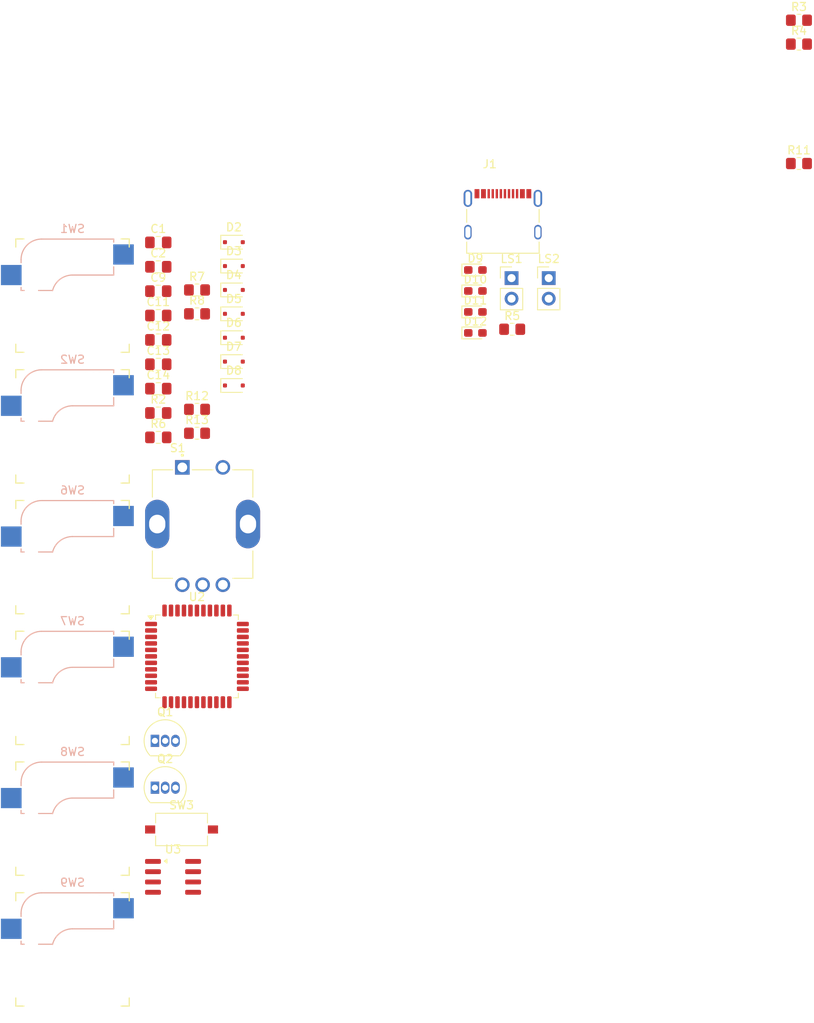
<source format=kicad_pcb>
(kicad_pcb (version 20241229) (generator "pcbnew") (generator_version "9.0")
  (layers (0 "F.Cu" signal) (2 "B.Cu" signal) (13 "F.Paste" user) (15 "B.Paste" user) (5 "F.SilkS" user "F.Silkscreen") (7 "B.SilkS" user "B.Silkscreen") (1 "F.Mask" user) (3 "B.Mask" user) (25 "Edge.Cuts" user))
  (net 0 "")
  (net 1 "Net-(U3-CV)")
  (net 2 "GND")
  (net 3 "/VT")
  (net 4 "Net-(U2-UCAP)")
  (net 5 "/UVCC")
  (net 6 "Net-(U2-AREF)")
  (net 7 "/XTAL1")
  (net 8 "/XTAL2")
  (net 9 "row0")
  (net 10 "Net-(D2-A)")
  (net 11 "Net-(D3-A)")
  (net 12 "Net-(D4-A)")
  (net 13 "Net-(D5-A)")
  (net 14 "row1")
  (net 15 "Net-(D6-A)")
  (net 16 "Net-(D7-A)")
  (net 17 "Net-(D8-A)")
  (net 18 "/P2")
  (net 19 "Net-(Q1-C)")
  (net 20 "/P1")
  (net 21 "Net-(Q2-C)")
  (net 22 "/Vout")
  (net 23 "Net-(U3-Q)")
  (net 24 "Net-(U3-DIS)")
  (net 25 "Net-(D11-A)")
  (net 26 "Net-(D12-A)")
  (net 27 "/D-")
  (net 28 "/D+")
  (net 29 "Net-(D9-A)")
  (net 30 "+5V")
  (net 31 "/RESET")
  (net 32 "Net-(D10-A)")
  (net 33 "Net-(U2-PB0)")
  (net 34 "col3")
  (net 35 "ROT1")
  (net 36 "ROT2")
  (net 37 "col2")
  (net 38 "col0")
  (net 39 "col1")
  (net 55 "Vin")
  (net 56 "/CC1")
  (net 58 "/D-out")
  (net 59 "/D+out")
  (footprint "Capacitor_SMD:C_0805_2012Metric_Pad1.18x1.45mm_HandSolder" (layer "F.Cu") (at 84.835 54.245)
    (property "Reference" "C1" (at 0 -1.68 0) (layer "F.SilkS"))
    (property "Value" "0.01uF")
    (fp_line (start -0.261252 -0.735) (end 0.261252 -0.735) (stroke (width 0.12)) (layer "F.SilkS"))
    (fp_line (start -0.261252 0.735) (end 0.261252 0.735) (stroke (width 0.12)) (layer "F.SilkS"))
    (pad "1" smd roundrect (at -1.0375 0) (size 1.175 1.45) (layers "F.Cu" "F.Mask" "F.Paste") (roundrect_rratio 0.212766) (net 1 "Net-(U3-CV)"))
    (pad "2" smd roundrect (at 1.0375 0) (size 1.175 1.45) (layers "F.Cu" "F.Mask" "F.Paste") (roundrect_rratio 0.212766) (net 2 "GND"))
  )
  (footprint "Capacitor_SMD:C_0805_2012Metric_Pad1.18x1.45mm_HandSolder" (layer "F.Cu") (at 84.835 63.275)
    (property "Reference" "C11" (at 0 -1.68 0) (layer "F.SilkS"))
    (property "Value" "1uF")
    (fp_line (start -0.261252 -0.735) (end 0.261252 -0.735) (stroke (width 0.12)) (layer "F.SilkS"))
    (fp_line (start -0.261252 0.735) (end 0.261252 0.735) (stroke (width 0.12)) (layer "F.SilkS"))
    (pad "1" smd roundrect (at -1.0375 0) (size 1.175 1.45) (layers "F.Cu" "F.Mask" "F.Paste") (roundrect_rratio 0.212766) (net 5 "/UVCC"))
    (pad "2" smd roundrect (at 1.0375 0) (size 1.175 1.45) (layers "F.Cu" "F.Mask" "F.Paste") (roundrect_rratio 0.212766) (net 2 "GND"))
  )
  (footprint "Package_TO_SOT_THT:TO-92_Inline" (layer "F.Cu") (at 84.415 121.595)
    (property "Reference" "Q2" (at 1.27 -3.56 0) (layer "F.SilkS"))
    (property "Value" "FMMT491A")
    (fp_line (start -0.53 1.85) (end 3.07 1.85) (stroke (width 0.12)) (layer "F.SilkS"))
    (fp_arc (start -0.568478 1.838478) (mid -1.132087 -0.994977) (end 1.27 -2.6) (stroke (width 0.12)) (layer "F.SilkS"))
    (fp_arc (start 1.27 -2.6) (mid 3.672087 -0.994977) (end 3.108478 1.838478) (stroke (width 0.12)) (layer "F.SilkS"))
    (pad "1" thru_hole rect (at 0 0) (size 1.05 1.5) (drill 0.75) (layers "*.Cu" "*.Mask") (net 21 "Net-(Q2-C)"))
    (pad "2" thru_hole oval (at 1.27 0) (size 1.05 1.5) (drill 0.75) (layers "*.Cu" "*.Mask") (net 20 "/P1"))
    (pad "3" thru_hole oval (at 2.54 0) (size 1.05 1.5) (drill 0.75) (layers "*.Cu" "*.Mask") (net 2 "GND"))
  )
  (footprint "Resistor_SMD:R_0805_2012Metric_Pad1.20x1.40mm_HandSolder" (layer "F.Cu") (at 163.9 26.8)
    (property "Reference" "R3" (at 0 -1.65 0) (layer "F.SilkS"))
    (property "Value" "4.7k")
    (fp_line (start -0.227064 -0.735) (end 0.227064 -0.735) (stroke (width 0.12)) (layer "F.SilkS"))
    (fp_line (start -0.227064 0.735) (end 0.227064 0.735) (stroke (width 0.12)) (layer "F.SilkS"))
    (pad "1" smd roundrect (at -1 0) (size 1.2 1.4) (layers "F.Cu" "F.Mask" "F.Paste") (roundrect_rratio 0.208333) (net 56 "/CC1"))
    (pad "2" smd roundrect (at 1 0) (size 1.2 1.4) (layers "F.Cu" "F.Mask" "F.Paste") (roundrect_rratio 0.208333) (net 2 "GND"))
  )
  (footprint "Resistor_SMD:R_0805_2012Metric_Pad1.20x1.40mm_HandSolder" (layer "F.Cu") (at 163.9 29.75)
    (property "Reference" "R4" (at 0 -1.65 0) (layer "F.SilkS"))
    (property "Value" "22")
    (fp_line (start -0.227064 -0.735) (end 0.227064 -0.735) (stroke (width 0.12)) (layer "F.SilkS"))
    (fp_line (start -0.227064 0.735) (end 0.227064 0.735) (stroke (width 0.12)) (layer "F.SilkS"))
    (pad "1" smd roundrect (at -1 0) (size 1.2 1.4) (layers "F.Cu" "F.Mask" "F.Paste") (roundrect_rratio 0.208333) (net 58 "/D-out"))
    (pad "2" smd roundrect (at 1 0) (size 1.2 1.4) (layers "F.Cu" "F.Mask" "F.Paste") (roundrect_rratio 0.208333) (net 27 "/D-"))
  )
  (footprint "keyswitches:Kailh_socket_MX" (layer "F.Cu") (at 74.25 109.265)
    (property "Reference" "SW7" (at 0 -8.255 0) (layer "B.SilkS") (effects (justify mirror)))
    (property "Value" "MX_SW_HS")
    (fp_line (start -7 -6) (end -7 -7) (stroke (width 0.15)) (layer "F.SilkS"))
    (fp_line (start -7 7) (end -7 6) (stroke (width 0.15)) (layer "F.SilkS"))
    (fp_line (start -7 7) (end -6 7) (stroke (width 0.15)) (layer "F.SilkS"))
    (fp_line (start -6 -7) (end -7 -7) (stroke (width 0.15)) (layer "F.SilkS"))
    (fp_line (start 6 7) (end 7 7) (stroke (width 0.15)) (layer "F.SilkS"))
    (fp_line (start 7 -7) (end 6 -7) (stroke (width 0.15)) (layer "F.SilkS"))
    (fp_line (start 7 -7) (end 7 -6) (stroke (width 0.15)) (layer "F.SilkS"))
    (fp_line (start 7 6) (end 7 7) (stroke (width 0.15)) (layer "F.SilkS"))
    (fp_line (start -6.35 -4.445) (end -6.35 -4.064) (stroke (width 0.15)) (layer "B.SilkS"))
    (fp_line (start -6.35 -1.016) (end -6.35 -0.635) (stroke (width 0.15)) (layer "B.SilkS"))
    (fp_line (start -5.969 -0.635) (end -6.35 -0.635) (stroke (width 0.15)) (layer "B.SilkS"))
    (fp_line (start -3.81 -6.985) (end 5.08 -6.985) (stroke (width 0.15)) (layer "B.SilkS"))
    (fp_line (start -2.464162 -0.635) (end -4.191 -0.635) (stroke (width 0.15)) (layer "B.SilkS"))
    (fp_line (start 5.08 -6.985) (end 5.08 -6.604) (stroke (width 0.15)) (layer "B.SilkS"))
    (fp_line (start 5.08 -3.556) (end 5.08 -2.54) (stroke (width 0.15)) (layer "B.SilkS"))
    (fp_line (start 5.08 -2.54) (end 0 -2.54) (stroke (width 0.15)) (layer "B.SilkS"))
    (fp_arc (start -6.35 -4.445) (mid -5.606051 -6.241051) (end -3.81 -6.985) (stroke (width 0.15)) (layer "B.SilkS"))
    (fp_arc (start -2.464162 -0.61604) (mid -1.563147 -2.002042) (end 0 -2.54) (stroke (width 0.15)) (layer "B.SilkS"))
    (pad "" np_thru_hole circle (at -5.08 0) (size 1.7018 1.7018) (drill 1.7018) (layers "*.Cu" "*.Mask"))
    (pad "" np_thru_hole circle (at -3.81 -2.54) (size 3 3) (drill 3) (layers "*.Cu" "*.Mask"))
    (pad "" np_thru_hole circle (at 0 0) (size 3.9878 3.9878) (drill 3.9878) (layers "*.Cu" "*.Mask"))
    (pad "" np_thru_hole circle (at 2.54 -5.08) (size 3 3) (drill 3) (layers "*.Cu" "*.Mask"))
    (pad "" np_thru_hole circle (at 5.08 0) (size 1.7018 1.7018) (drill 1.7018) (layers "*.Cu" "*.Mask"))
    (pad "1" smd rect (at 6.29 -5.08) (size 2.55 2.5) (layers "B.Cu" "B.Mask" "B.Paste") (net 39 "col1"))
    (pad "2" smd rect (at -7.56 -2.54) (size 2.55 2.5) (layers "B.Cu" "B.Mask" "B.Paste") (net 12 "Net-(D4-A)"))
  )
  (footprint "LED_SMD:LED_0603_1608Metric_Pad1.05x0.95mm_HandSolder" (layer "F.Cu") (at 123.965 57.65)
    (property "Reference" "D9" (at 0 -1.43 0) (layer "F.SilkS"))
    (property "Value" "LED")
    (fp_line (start -1.66 -0.735) (end -1.66 0.735) (stroke (width 0.12)) (layer "F.SilkS"))
    (fp_line (start -1.66 0.735) (end 0.8 0.735) (stroke (width 0.12)) (layer "F.SilkS"))
    (fp_line (start 0.8 -0.735) (end -1.66 -0.735) (stroke (width 0.12)) (layer "F.SilkS"))
    (pad "1" smd roundrect (at -0.875 0) (size 1.05 0.95) (layers "F.Cu" "F.Mask" "F.Paste") (net 2 "GND"))
    (pad "2" smd roundrect (at 0.875 0) (size 1.05 0.95) (layers "F.Cu" "F.Mask" "F.Paste") (net 29 "Net-(D9-A)"))
  )
  (footprint "Diode_SMD:D_SOD-323F" (layer "F.Cu") (at 94.16 71.915)
    (property "Reference" "D8" (at 0 -1.85 0) (layer "F.SilkS"))
    (property "Value" "1N4148WT")
    (fp_line (start -1.61 -0.85) (end -1.61 0.85) (stroke (width 0.12)) (layer "F.SilkS"))
    (fp_line (start -1.61 -0.85) (end 1.05 -0.85) (stroke (width 0.12)) (layer "F.SilkS"))
    (fp_line (start -1.61 0.85) (end 1.05 0.85) (stroke (width 0.12)) (layer "F.SilkS"))
    (pad "1" smd roundrect (at -1.1 0) (size 0.5 0.5) (layers "F.Cu" "F.Mask" "F.Paste") (net 9 "row0"))
    (pad "2" smd roundrect (at 1.1 0) (size 0.5 0.5) (layers "F.Cu" "F.Mask" "F.Paste") (net 17 "Net-(D8-A)"))
  )
  (footprint "Capacitor_SMD:C_0805_2012Metric_Pad1.18x1.45mm_HandSolder" (layer "F.Cu") (at 84.835 66.285)
    (property "Reference" "C12" (at 0 -1.68 0) (layer "F.SilkS"))
    (property "Value" "1uF")
    (fp_line (start -0.261252 -0.735) (end 0.261252 -0.735) (stroke (width 0.12)) (layer "F.SilkS"))
    (fp_line (start -0.261252 0.735) (end 0.261252 0.735) (stroke (width 0.12)) (layer "F.SilkS"))
    (pad "1" smd roundrect (at -1.0375 0) (size 1.175 1.45) (layers "F.Cu" "F.Mask" "F.Paste") (roundrect_rratio 0.212766) (net 6 "Net-(U2-AREF)"))
    (pad "2" smd roundrect (at 1.0375 0) (size 1.175 1.45) (layers "F.Cu" "F.Mask" "F.Paste") (roundrect_rratio 0.212766) (net 2 "GND"))
  )
  (footprint "Capacitor_SMD:C_0805_2012Metric_Pad1.18x1.45mm_HandSolder" (layer "F.Cu") (at 84.835 57.255)
    (property "Reference" "C2" (at 0 -1.68 0) (layer "F.SilkS"))
    (property "Value" "47uF")
    (fp_line (start -0.261252 -0.735) (end 0.261252 -0.735) (stroke (width 0.12)) (layer "F.SilkS"))
    (fp_line (start -0.261252 0.735) (end 0.261252 0.735) (stroke (width 0.12)) (layer "F.SilkS"))
    (pad "1" smd roundrect (at -1.0375 0) (size 1.175 1.45) (layers "F.Cu" "F.Mask" "F.Paste") (roundrect_rratio 0.212766) (net 3 "/VT"))
    (pad "2" smd roundrect (at 1.0375 0) (size 1.175 1.45) (layers "F.Cu" "F.Mask" "F.Paste") (roundrect_rratio 0.212766) (net 2 "GND"))
  )
  (footprint "Package_QFP:TQFP-44_10x10mm_P0.8mm" (layer "F.Cu") (at 89.605 105.375)
    (property "Reference" "U2" (at 0 -7.35 0) (layer "F.SilkS"))
    (property "Value" "ATmega32U4-A")
    (fp_line (start -5.11 -5.11) (end -5.11 -4.535) (stroke (width 0.12)) (layer "F.SilkS"))
    (fp_line (start -5.11 5.11) (end -5.11 4.535) (stroke (width 0.12)) (layer "F.SilkS"))
    (fp_line (start -4.535 -5.11) (end -5.11 -5.11) (stroke (width 0.12)) (layer "F.SilkS"))
    (fp_line (start -4.535 5.11) (end -5.11 5.11) (stroke (width 0.12)) (layer "F.SilkS"))
    (fp_line (start 4.535 -5.11) (end 5.11 -5.11) (stroke (width 0.12)) (layer "F.SilkS"))
    (fp_line (start 4.535 5.11) (end 5.11 5.11) (stroke (width 0.12)) (layer "F.SilkS"))
    (fp_line (start 5.11 -5.11) (end 5.11 -4.535) (stroke (width 0.12)) (layer "F.SilkS"))
    (fp_line (start 5.11 5.11) (end 5.11 4.535) (stroke (width 0.12)) (layer "F.SilkS"))
    (fp_poly (pts (xy -5.7 -4.535) (xy -6.04 -5.005) (xy -5.36 -5.005)) (stroke (width 0.12)) (fill yes) (layer "F.SilkS"))
    (pad "1" smd roundrect (at -5.6625 -4) (size 1.475 0.55) (layers "F.Cu" "F.Mask" "F.Paste"))
    (pad "2" smd roundrect (at -5.6625 -3.2) (size 1.475 0.55) (layers "F.Cu" "F.Mask" "F.Paste") (net 5 "/UVCC"))
    (pad "3" smd roundrect (at -5.6625 -2.4) (size 1.475 0.55) (layers "F.Cu" "F.Mask" "F.Paste") (net 58 "/D-out"))
    (pad "4" smd roundrect (at -5.6625 -1.6) (size 1.475 0.55) (layers "F.Cu" "F.Mask" "F.Paste") (net 59 "/D+out"))
    (pad "5" smd roundrect (at -5.6625 -0.8) (size 1.475 0.55) (layers "F.Cu" "F.Mask" "F.Paste") (net 2 "GND"))
    (pad "6" smd roundrect (at -5.6625 0) (size 1.475 0.55) (layers "F.Cu" "F.Mask" "F.Paste") (net 4 "Net-(U2-UCAP)"))
    (pad "7" smd roundrect (at -5.6625 0.8) (size 1.475 0.55) (layers "F.Cu" "F.Mask" "F.Paste") (net 5 "/UVCC"))
    (pad "8" smd roundrect (at -5.6625 1.6) (size 1.475 0.55) (layers "F.Cu" "F.Mask" "F.Paste") (net 33 "Net-(U2-PB0)"))
    (pad "9" smd roundrect (at -5.6625 2.4) (size 1.475 0.55) (layers "F.Cu" "F.Mask" "F.Paste"))
    (pad "10" smd roundrect (at -5.6625 3.2) (size 1.475 0.55) (layers "F.Cu" "F.Mask" "F.Paste"))
    (pad "11" smd roundrect (at -5.6625 4) (size 1.475 0.55) (layers "F.Cu" "F.Mask" "F.Paste"))
    (pad "12" smd roundrect (at -4 5.6625) (size 0.55 1.475) (layers "F.Cu" "F.Mask" "F.Paste") (net 39 "col1"))
    (pad "13" smd roundrect (at -3.2 5.6625) (size 0.55 1.475) (layers "F.Cu" "F.Mask" "F.Paste") (net 31 "/RESET"))
    (pad "14" smd roundrect (at -2.4 5.6625) (size 0.55 1.475) (layers "F.Cu" "F.Mask" "F.Paste") (net 30 "+5V"))
    (pad "15" smd roundrect (at -1.6 5.6625) (size 0.55 1.475) (layers "F.Cu" "F.Mask" "F.Paste") (net 2 "GND"))
    (pad "16" smd roundrect (at -0.8 5.6625) (size 0.55 1.475) (layers "F.Cu" "F.Mask" "F.Paste") (net 8 "/XTAL2"))
    (pad "17" smd roundrect (at 0 5.6625) (size 0.55 1.475) (layers "F.Cu" "F.Mask" "F.Paste") (net 7 "/XTAL1"))
    (pad "18" smd roundrect (at 0.8 5.6625) (size 0.55 1.475) (layers "F.Cu" "F.Mask" "F.Paste"))
    (pad "19" smd roundrect (at 1.6 5.6625) (size 0.55 1.475) (layers "F.Cu" "F.Mask" "F.Paste"))
    (pad "20" smd roundrect (at 2.4 5.6625) (size 0.55 1.475) (layers "F.Cu" "F.Mask" "F.Paste") (net 9 "row0"))
    (pad "21" smd roundrect (at 3.2 5.6625) (size 0.55 1.475) (layers "F.Cu" "F.Mask" "F.Paste") (net 14 "row1"))
    (pad "22" smd roundrect (at 4 5.6625) (size 0.55 1.475) (layers "F.Cu" "F.Mask" "F.Paste") (net 36 "ROT2"))
    (pad "23" smd roundrect (at 5.6625 4) (size 1.475 0.55) (layers "F.Cu" "F.Mask" "F.Paste") (net 2 "GND"))
    (pad "24" smd roundrect (at 5.6625 3.2) (size 1.475 0.55) (layers "F.Cu" "F.Mask" "F.Paste") (net 30 "+5V"))
    (pad "25" smd roundrect (at 5.6625 2.4) (size 1.475 0.55) (layers "F.Cu" "F.Mask" "F.Paste") (net 35 "ROT1"))
    (pad "26" smd roundrect (at 5.6625 1.6) (size 1.475 0.55) (layers "F.Cu" "F.Mask" "F.Paste") (net 20 "/P1"))
    (pad "27" smd roundrect (at 5.6625 0.8) (size 1.475 0.55) (layers "F.Cu" "F.Mask" "F.Paste") (net 18 "/P2"))
    (pad "28" smd roundrect (at 5.6625 0) (size 1.475 0.55) (layers "F.Cu" "F.Mask" "F.Paste"))
    (pad "29" smd roundrect (at 5.6625 -0.8) (size 1.475 0.55) (layers "F.Cu" "F.Mask" "F.Paste") (net 38 "col0"))
    (pad "30" smd roundrect (at 5.6625 -1.6) (size 1.475 0.55) (layers "F.Cu" "F.Mask" "F.Paste") (net 37 "col2"))
    (pad "31" smd roundrect (at 5.6625 -2.4) (size 1.475 0.55) (layers "F.Cu" "F.Mask" "F.Paste"))
    (pad "32" smd roundrect (at 5.6625 -3.2) (size 1.475 0.55) (layers "F.Cu" "F.Mask" "F.Paste"))
    (pad "33" smd roundrect (at 5.6625 -4) (size 1.475 0.55) (layers "F.Cu" "F.Mask" "F.Paste") (net 2 "GND"))
    (pad "34" smd roundrect (at 4 -5.6625) (size 0.55 1.475) (layers "F.Cu" "F.Mask" "F.Paste") (net 30 "+5V"))
    (pad "35" smd roundrect (at 3.2 -5.6625) (size 0.55 1.475) (layers "F.Cu" "F.Mask" "F.Paste") (net 2 "GND"))
    (pad "36" smd roundrect (at 2.4 -5.6625) (size 0.55 1.475) (layers "F.Cu" "F.Mask" "F.Paste"))
    (pad "37" smd roundrect (at 1.6 -5.6625) (size 0.55 1.475) (layers "F.Cu" "F.Mask" "F.Paste"))
    (pad "38" smd roundrect (at 0.8 -5.6625) (size 0.55 1.475) (layers "F.Cu" "F.Mask" "F.Paste"))
    (pad "39" smd roundrect (at 0 -5.6625) (size 0.55 1.475) (layers "F.Cu" "F.Mask" "F.Paste"))
    (pad "40" smd roundrect (at -0.8 -5.6625) (size 0.55 1.475) (layers "F.Cu" "F.Mask" "F.Paste"))
    (pad "41" smd roundrect (at -1.6 -5.6625) (size 0.55 1.475) (layers "F.Cu" "F.Mask" "F.Paste"))
    (pad "42" smd roundrect (at -2.4 -5.6625) (size 0.55 1.475) (layers "F.Cu" "F.Mask" "F.Paste") (net 6 "Net-(U2-AREF)"))
    (pad "43" smd roundrect (at -3.2 -5.6625) (size 0.55 1.475) (layers "F.Cu" "F.Mask" "F.Paste") (net 2 "GND"))
    (pad "44" smd roundrect (at -4 -5.6625) (size 0.55 1.475) (layers "F.Cu" "F.Mask" "F.Paste") (net 30 "+5V"))
  )
  (footprint "Resistor_SMD:R_0805_2012Metric_Pad1.20x1.40mm_HandSolder" (layer "F.Cu") (at 128.51 64.97)
    (property "Reference" "R5" (at 0 -1.65 0) (layer "F.SilkS"))
    (property "Value" "22")
    (fp_line (start -0.227064 -0.735) (end 0.227064 -0.735) (stroke (width 0.12)) (layer "F.SilkS"))
    (fp_line (start -0.227064 0.735) (end 0.227064 0.735) (stroke (width 0.12)) (layer "F.SilkS"))
    (pad "1" smd roundrect (at -1 0) (size 1.2 1.4) (layers "F.Cu" "F.Mask" "F.Paste") (roundrect_rratio 0.208333) (net 59 "/D+out"))
    (pad "2" smd roundrect (at 1 0) (size 1.2 1.4) (layers "F.Cu" "F.Mask" "F.Paste") (roundrect_rratio 0.208333) (net 28 "/D+"))
  )
  (footprint "LED_SMD:LED_0603_1608Metric_Pad1.05x0.95mm_HandSolder" (layer "F.Cu") (at 123.965 65.42)
    (property "Reference" "D12" (at 0 -1.43 0) (layer "F.SilkS"))
    (property "Value" "LED")
    (fp_line (start -1.66 -0.735) (end -1.66 0.735) (stroke (width 0.12)) (layer "F.SilkS"))
    (fp_line (start -1.66 0.735) (end 0.8 0.735) (stroke (width 0.12)) (layer "F.SilkS"))
    (fp_line (start 0.8 -0.735) (end -1.66 -0.735) (stroke (width 0.12)) (layer "F.SilkS"))
    (pad "1" smd roundrect (at -0.875 0) (size 1.05 0.95) (layers "F.Cu" "F.Mask" "F.Paste") (net 2 "GND"))
    (pad "2" smd roundrect (at 0.875 0) (size 1.05 0.95) (layers "F.Cu" "F.Mask" "F.Paste") (net 26 "Net-(D12-A)"))
  )
  (footprint "PEC12R_4225F_S0024:XDCR_PEC12R-4225F-S0024" (layer "F.Cu") (at 90.305 89.03)
    (property "Reference" "S1" (at -3.075 -9.385 0) (layer "F.SilkS"))
    (property "Value" "PEC12R-4225F-S0024")
    (fp_line (start -6.2 -6.7) (end -3.72 -6.7) (stroke (width 0.127)) (layer "F.SilkS"))
    (fp_line (start -6.2 -3.32) (end -6.2 -6.7) (stroke (width 0.127)) (layer "F.SilkS"))
    (fp_line (start -6.2 6.7) (end -6.2 3.32) (stroke (width 0.127)) (layer "F.SilkS"))
    (fp_line (start -3.72 6.7) (end -6.2 6.7) (stroke (width 0.127)) (layer "F.SilkS"))
    (fp_line (start -1.28 -6.7) (end 1.28 -6.7) (stroke (width 0.127)) (layer "F.SilkS"))
    (fp_line (start 3.72 -6.7) (end 6.2 -6.7) (stroke (width 0.127)) (layer "F.SilkS"))
    (fp_line (start 6.2 -6.7) (end 6.2 -3.32) (stroke (width 0.127)) (layer "F.SilkS"))
    (fp_line (start 6.2 6.7) (end 3.72 6.7) (stroke (width 0.127)) (layer "F.SilkS"))
    (fp_line (start 6.2 6.7) (end 6.2 3.32) (stroke (width 0.127)) (layer "F.SilkS"))
    (fp_circle (center -2.5 -8.5) (end -2.4 -8.5) (stroke (width 0.2)) (fill no) (layer "F.SilkS"))
    (pad "1" thru_hole rect (at -2.5 -7) (size 1.8 1.8) (drill 1.2) (layers "*.Cu" "*.Mask") (net 17 "Net-(D8-A)"))
    (pad "2" thru_hole circle (at 2.5 -7) (size 1.8 1.8) (drill 1.2) (layers "*.Cu" "*.Mask") (net 34 "col3"))
    (pad "A" thru_hole circle (at -2.5 7.5) (size 1.8 1.8) (drill 1.2) (layers "*.Cu" "*.Mask") (net 35 "ROT1"))
    (pad "B" thru_hole circle (at 2.5 7.5) (size 1.8 1.8) (drill 1.2) (layers "*.Cu" "*.Mask") (net 36 "ROT2"))
    (pad "C" thru_hole circle (at 0 7.5) (size 1.8 1.8) (drill 1.2) (layers "*.Cu" "*.Mask") (net 2 "GND"))
    (pad "SH1" thru_hole oval (at -5.6 0) (size 3 6) (drill oval 2 2.3) (layers "*.Cu" "*.Mask") (net 2 "GND"))
    (pad "SH2" thru_hole oval (at 5.6 0) (size 3 6) (drill oval 2 2.3) (layers "*.Cu" "*.Mask") (net 2 "GND"))
  )
  (footprint "12402012E212A:AMPHENOL_12402012E212A" (layer "F.Cu") (at 127.365 52.98)
    (property "Reference" "J1" (at -1.62 -8.405 0) (layer "F.SilkS"))
    (property "Value" "12402012E212A")
    (fp_line (start -4.47 -2.81) (end -4.47 -1.22) (stroke (width 0.127)) (layer "F.SilkS"))
    (fp_line (start -4.47 2.6) (end -4.47 1.22) (stroke (width 0.127)) (layer "F.SilkS"))
    (fp_line (start 4.47 -2.81) (end 4.47 -1.22) (stroke (width 0.127)) (layer "F.SilkS"))
    (fp_line (start 4.47 2.6) (end -4.47 2.6) (stroke (width 0.127)) (layer "F.SilkS"))
    (fp_line (start 4.47 2.6) (end 4.47 1.22) (stroke (width 0.127)) (layer "F.SilkS"))
    (pad "" np_thru_hole circle (at -2.89 -3.68) (size 0.65 0.65) (drill 0.65) (layers "*.Cu" "*.Mask"))
    (pad "" np_thru_hole circle (at 2.89 -3.68) (size 0.65 0.65) (drill 0.65) (layers "*.Cu" "*.Mask"))
    (pad "A1_B12" smd rect (at -3.2 -4.75) (size 0.6 1.14) (layers "F.Cu" "F.Mask" "F.Paste") (net 2 "GND"))
    (pad "A4_B9" smd rect (at -2.4 -4.75) (size 0.6 1.14) (layers "F.Cu" "F.Mask" "F.Paste") (net 30 "+5V"))
    (pad "A5" smd rect (at -1.25 -4.75) (size 0.3 1.14) (layers "F.Cu" "F.Mask" "F.Paste") (net 56 "/CC1"))
    (pad "A6" smd rect (at -0.25 -4.75) (size 0.3 1.14) (layers "F.Cu" "F.Mask" "F.Paste") (net 28 "/D+"))
    (pad "A7" smd rect (at 0.25 -4.75) (size 0.3 1.14) (layers "F.Cu" "F.Mask" "F.Paste") (net 27 "/D-"))
    (pad "A8" smd rect (at 1.25 -4.75) (size 0.3 1.14) (layers "F.Cu" "F.Mask" "F.Paste") (net 2 "GND"))
    (pad "B1_A12" smd rect (at 3.2 -4.75) (size 0.6 1.14) (layers "F.Cu" "F.Mask" "F.Paste") (net 2 "GND"))
    (pad "B4_A9" smd rect (at 2.4 -4.75) (size 0.6 1.14) (layers "F.Cu" "F.Mask" "F.Paste"))
    (pad "B5" smd rect (at 1.75 -4.75) (size 0.3 1.14) (layers "F.Cu" "F.Mask" "F.Paste") (net 56 "/CC1"))
    (pad "B6" smd rect (at 0.75 -4.75) (size 0.3 1.14) (layers "F.Cu" "F.Mask" "F.Paste") (net 28 "/D+"))
    (pad "B7" smd rect (at -0.75 -4.75) (size 0.3 1.14) (layers "F.Cu" "F.Mask" "F.Paste") (net 27 "/D-"))
    (pad "B8" smd rect (at -1.75 -4.75) (size 0.3 1.14) (layers "F.Cu" "F.Mask" "F.Paste") (net 2 "GND"))
    (pad "SH1" thru_hole oval (at -4.32 -4.18) (size 1.05 2.1) (drill oval 0.6 1.7) (layers "*.Cu" "*.Mask") (net 2 "GND"))
    (pad "SH2" thru_hole oval (at 4.32 -4.18) (size 1.05 2.1) (drill oval 0.6 1.7) (layers "*.Cu" "*.Mask") (net 2 "GND"))
    (pad "SH3" thru_hole oval (at -4.32 0) (size 0.9 1.8) (drill oval 0.6 1.4) (layers "*.Cu" "*.Mask") (net 2 "GND"))
    (pad "SH4" thru_hole oval (at 4.32 0) (size 0.9 1.8) (drill oval 0.6 1.4) (layers "*.Cu" "*.Mask") (net 2 "GND"))
  )
  (footprint "keyswitches:Kailh_socket_MX" (layer "F.Cu") (at 74.25 76.965)
    (property "Reference" "SW2" (at 0 -8.255 0) (layer "B.SilkS") (effects (justify mirror)))
    (property "Value" "MX_SW_HS")
    (fp_line (start -7 -6) (end -7 -7) (stroke (width 0.15)) (layer "F.SilkS"))
    (fp_line (start -7 7) (end -7 6) (stroke (width 0.15)) (layer "F.SilkS"))
    (fp_line (start -7 7) (end -6 7) (stroke (width 0.15)) (layer "F.SilkS"))
    (fp_line (start -6 -7) (end -7 -7) (stroke (width 0.15)) (layer "F.SilkS"))
    (fp_line (start 6 7) (end 7 7) (stroke (width 0.15)) (layer "F.SilkS"))
    (fp_line (start 7 -7) (end 6 -7) (stroke (width 0.15)) (layer "F.SilkS"))
    (fp_line (start 7 -7) (end 7 -6) (stroke (width 0.15)) (layer "F.SilkS"))
    (fp_line (start 7 6) (end 7 7) (stroke (width 0.15)) (layer "F.SilkS"))
    (fp_line (start -6.35 -4.445) (end -6.35 -4.064) (stroke (width 0.15)) (layer "B.SilkS"))
    (fp_line (start -6.35 -1.016) (end -6.35 -0.635) (stroke (width 0.15)) (layer "B.SilkS"))
    (fp_line (start -5.969 -0.635) (end -6.35 -0.635) (stroke (width 0.15)) (layer "B.SilkS"))
    (fp_line (start -3.81 -6.985) (end 5.08 -6.985) (stroke (width 0.15)) (layer "B.SilkS"))
    (fp_line (start -2.464162 -0.635) (end -4.191 -0.635) (stroke (width 0.15)) (layer "B.SilkS"))
    (fp_line (start 5.08 -6.985) (end 5.08 -6.604) (stroke (width 0.15)) (layer "B.SilkS"))
    (fp_line (start 5.08 -3.556) (end 5.08 -2.54) (stroke (width 0.15)) (layer "B.SilkS"))
    (fp_line (start 5.08 -2.54) (end 0 -2.54) (stroke (width 0.15)) (layer "B.SilkS"))
    (fp_arc (start -6.35 -4.445) (mid -5.606051 -6.241051) (end -3.81 -6.985) (stroke (width 0.15)) (layer "B.SilkS"))
    (fp_arc (start -2.464162 -0.61604) (mid -1.563147 -2.002042) (end 0 -2.54) (stroke (width 0.15)) (layer "B.SilkS"))
    (pad "" np_thru_hole circle (at -5.08 0) (size 1.7018 1.7018) (drill 1.7018) (layers "*.Cu" "*.Mask"))
    (pad "" np_thru_hole circle (at -3.81 -2.54) (size 3 3) (drill 3) (layers "*.Cu" "*.Mask"))
    (pad "" np_thru_hole circle (at 0 0) (size 3.9878 3.9878) (drill 3.9878) (layers "*.Cu" "*.Mask"))
    (pad "" np_thru_hole circle (at 2.54 -5.08) (size 3 3) (drill 3) (layers "*.Cu" "*.Mask"))
    (pad "" np_thru_hole circle (at 5.08 0) (size 1.7018 1.7018) (drill 1.7018) (layers "*.Cu" "*.Mask"))
    (pad "1" smd rect (at 6.29 -5.08) (size 2.55 2.5) (layers "B.Cu" "B.Mask" "B.Paste") (net 37 "col2"))
    (pad "2" smd rect (at -7.56 -2.54) (size 2.55 2.5) (layers "B.Cu" "B.Mask" "B.Paste") (net 16 "Net-(D7-A)"))
  )
  (footprint "Capacitor_SMD:C_0805_2012Metric_Pad1.18x1.45mm_HandSolder" (layer "F.Cu") (at 84.835 72.305)
    (property "Reference" "C14" (at 0 -1.68 0) (layer "F.SilkS"))
    (property "Value" "1uF")
    (fp_line (start -0.261252 -0.735) (end 0.261252 -0.735) (stroke (width 0.12)) (layer "F.SilkS"))
    (fp_line (start -0.261252 0.735) (end 0.261252 0.735) (stroke (width 0.12)) (layer "F.SilkS"))
    (pad "1" smd roundrect (at -1.0375 0) (size 1.175 1.45) (layers "F.Cu" "F.Mask" "F.Paste") (roundrect_rratio 0.212766) (net 8 "/XTAL2"))
    (pad "2" smd roundrect (at 1.0375 0) (size 1.175 1.45) (layers "F.Cu" "F.Mask" "F.Paste") (roundrect_rratio 0.212766) (net 2 "GND"))
  )
  (footprint "Package_SO:SOIC-8_3.9x4.9mm_P1.27mm" (layer "F.Cu") (at 86.655 132.605)
    (property "Reference" "U3" (at 0 -3.4 0) (layer "F.SilkS"))
    (property "Value" "LM555xM")
    (fp_poly (pts (xy -1.08 -1.94) (xy -0.75 -2.18) (xy -0.75 -1.7)) (stroke (width 0.12)) (fill yes) (layer "F.SilkS"))
    (pad "1" smd roundrect (at -2.475 -1.905) (size 1.95 0.6) (layers "F.Cu" "F.Mask" "F.Paste") (net 2 "GND"))
    (pad "2" smd roundrect (at -2.475 -0.635) (size 1.95 0.6) (layers "F.Cu" "F.Mask" "F.Paste") (net 3 "/VT"))
    (pad "3" smd roundrect (at -2.475 0.635) (size 1.95 0.6) (layers "F.Cu" "F.Mask" "F.Paste") (net 23 "Net-(U3-Q)"))
    (pad "4" smd roundrect (at -2.475 1.905) (size 1.95 0.6) (layers "F.Cu" "F.Mask" "F.Paste") (net 55 "Vin"))
    (pad "5" smd roundrect (at 2.475 1.905) (size 1.95 0.6) (layers "F.Cu" "F.Mask" "F.Paste") (net 1 "Net-(U3-CV)"))
    (pad "6" smd roundrect (at 2.475 0.635) (size 1.95 0.6) (layers "F.Cu" "F.Mask" "F.Paste") (net 3 "/VT"))
    (pad "7" smd roundrect (at 2.475 -0.635) (size 1.95 0.6) (layers "F.Cu" "F.Mask" "F.Paste") (net 24 "Net-(U3-DIS)"))
    (pad "8" smd roundrect (at 2.475 -1.905) (size 1.95 0.6) (layers "F.Cu" "F.Mask" "F.Paste") (net 55 "Vin"))
  )
  (footprint "Resistor_SMD:R_0805_2012Metric_Pad1.20x1.40mm_HandSolder" (layer "F.Cu") (at 89.615 60.115)
    (property "Reference" "R7" (at 0 -1.65 0) (layer "F.SilkS"))
    (property "Value" "100")
    (fp_line (start -0.227064 -0.735) (end 0.227064 -0.735) (stroke (width 0.12)) (layer "F.SilkS"))
    (fp_line (start -0.227064 0.735) (end 0.227064 0.735) (stroke (width 0.12)) (layer "F.SilkS"))
    (pad "1" smd roundrect (at -1 0) (size 1.2 1.4) (layers "F.Cu" "F.Mask" "F.Paste") (roundrect_rratio 0.208333) (net 20 "/P1"))
    (pad "2" smd roundrect (at 1 0) (size 1.2 1.4) (layers "F.Cu" "F.Mask" "F.Paste") (roundrect_rratio 0.208333) (net 25 "Net-(D11-A)"))
  )
  (footprint "keyswitches:Kailh_socket_MX" (layer "F.Cu") (at 74.25 93.115)
    (property "Reference" "SW6" (at 0 -8.255 0) (layer "B.SilkS") (effects (justify mirror)))
    (property "Value" "MX_SW_HS")
    (fp_line (start -7 -6) (end -7 -7) (stroke (width 0.15)) (layer "F.SilkS"))
    (fp_line (start -7 7) (end -7 6) (stroke (width 0.15)) (layer "F.SilkS"))
    (fp_line (start -7 7) (end -6 7) (stroke (width 0.15)) (layer "F.SilkS"))
    (fp_line (start -6 -7) (end -7 -7) (stroke (width 0.15)) (layer "F.SilkS"))
    (fp_line (start 6 7) (end 7 7) (stroke (width 0.15)) (layer "F.SilkS"))
    (fp_line (start 7 -7) (end 6 -7) (stroke (width 0.15)) (layer "F.SilkS"))
    (fp_line (start 7 -7) (end 7 -6) (stroke (width 0.15)) (layer "F.SilkS"))
    (fp_line (start 7 6) (end 7 7) (stroke (width 0.15)) (layer "F.SilkS"))
    (fp_line (start -6.35 -4.445) (end -6.35 -4.064) (stroke (width 0.15)) (layer "B.SilkS"))
    (fp_line (start -6.35 -1.016) (end -6.35 -0.635) (stroke (width 0.15)) (layer "B.SilkS"))
    (fp_line (start -5.969 -0.635) (end -6.35 -0.635) (stroke (width 0.15)) (layer "B.SilkS"))
    (fp_line (start -3.81 -6.985) (end 5.08 -6.985) (stroke (width 0.15)) (layer "B.SilkS"))
    (fp_line (start -2.464162 -0.635) (end -4.191 -0.635) (stroke (width 0.15)) (layer "B.SilkS"))
    (fp_line (start 5.08 -6.985) (end 5.08 -6.604) (stroke (width 0.15)) (layer "B.SilkS"))
    (fp_line (start 5.08 -3.556) (end 5.08 -2.54) (stroke (width 0.15)) (layer "B.SilkS"))
    (fp_line (start 5.08 -2.54) (end 0 -2.54) (stroke (width 0.15)) (layer "B.SilkS"))
    (fp_arc (start -6.35 -4.445) (mid -5.606051 -6.241051) (end -3.81 -6.985) (stroke (width 0.15)) (layer "B.SilkS"))
    (fp_arc (start -2.464162 -0.61604) (mid -1.563147 -2.002042) (end 0 -2.54) (stroke (width 0.15)) (layer "B.SilkS"))
    (pad "" np_thru_hole circle (at -5.08 0) (size 1.7018 1.7018) (drill 1.7018) (layers "*.Cu" "*.Mask"))
    (pad "" np_thru_hole circle (at -3.81 -2.54) (size 3 3) (drill 3) (layers "*.Cu" "*.Mask"))
    (pad "" np_thru_hole circle (at 0 0) (size 3.9878 3.9878) (drill 3.9878) (layers "*.Cu" "*.Mask"))
    (pad "" np_thru_hole circle (at 2.54 -5.08) (size 3 3) (drill 3) (layers "*.Cu" "*.Mask"))
    (pad "" np_thru_hole circle (at 5.08 0) (size 1.7018 1.7018) (drill 1.7018) (layers "*.Cu" "*.Mask"))
    (pad "1" smd rect (at 6.29 -5.08) (size 2.55 2.5) (layers "B.Cu" "B.Mask" "B.Paste") (net 38 "col0"))
    (pad "2" smd rect (at -7.56 -2.54) (size 2.55 2.5) (layers "B.Cu" "B.Mask" "B.Paste") (net 11 "Net-(D3-A)"))
  )
  (footprint "Capacitor_SMD:C_0805_2012Metric_Pad1.18x1.45mm_HandSolder" (layer "F.Cu") (at 84.835 78.325)
    (property "Reference" "R6" (at 0 -1.68 0) (layer "F.SilkS"))
    (property "Value" "1k")
    (fp_line (start -0.261252 -0.735) (end 0.261252 -0.735) (stroke (width 0.12)) (layer "F.SilkS"))
    (fp_line (start -0.261252 0.735) (end 0.261252 0.735) (stroke (width 0.12)) (layer "F.SilkS"))
    (pad "1" smd roundrect (at -1.0375 0) (size 1.175 1.45) (layers "F.Cu" "F.Mask" "F.Paste") (roundrect_rratio 0.212766) (net 24 "Net-(U3-DIS)"))
    (pad "2" smd roundrect (at 1.0375 0) (size 1.175 1.45) (layers "F.Cu" "F.Mask" "F.Paste") (roundrect_rratio 0.212766) (net 3 "/VT"))
  )
  (footprint "Capacitor_SMD:C_0805_2012Metric_Pad1.18x1.45mm_HandSolder" (layer "F.Cu") (at 84.835 60.265)
    (property "Reference" "C9" (at 0 -1.68 0) (layer "F.SilkS"))
    (property "Value" "1uF")
    (fp_line (start -0.261252 -0.735) (end 0.261252 -0.735) (stroke (width 0.12)) (layer "F.SilkS"))
    (fp_line (start -0.261252 0.735) (end 0.261252 0.735) (stroke (width 0.12)) (layer "F.SilkS"))
    (pad "1" smd roundrect (at -1.0375 0) (size 1.175 1.45) (layers "F.Cu" "F.Mask" "F.Paste") (roundrect_rratio 0.212766) (net 2 "GND"))
    (pad "2" smd roundrect (at 1.0375 0) (size 1.175 1.45) (layers "F.Cu" "F.Mask" "F.Paste") (roundrect_rratio 0.212766) (net 4 "Net-(U2-UCAP)"))
  )
  (footprint "keyswitches:Kailh_socket_MX" (layer "F.Cu") (at 74.25 60.815)
    (property "Reference" "SW1" (at 0 -8.255 0) (layer "B.SilkS") (effects (justify mirror)))
    (property "Value" "MX_SW_HS")
    (fp_line (start -7 -6) (end -7 -7) (stroke (width 0.15)) (layer "F.SilkS"))
    (fp_line (start -7 7) (end -7 6) (stroke (width 0.15)) (layer "F.SilkS"))
    (fp_line (start -7 7) (end -6 7) (stroke (width 0.15)) (layer "F.SilkS"))
    (fp_line (start -6 -7) (end -7 -7) (stroke (width 0.15)) (layer "F.SilkS"))
    (fp_line (start 6 7) (end 7 7) (stroke (width 0.15)) (layer "F.SilkS"))
    (fp_line (start 7 -7) (end 6 -7) (stroke (width 0.15)) (layer "F.SilkS"))
    (fp_line (start 7 -7) (end 7 -6) (stroke (width 0.15)) (layer "F.SilkS"))
    (fp_line (start 7 6) (end 7 7) (stroke (width 0.15)) (layer "F.SilkS"))
    (fp_line (start -6.35 -4.445) (end -6.35 -4.064) (stroke (width 0.15)) (layer "B.SilkS"))
    (fp_line (start -6.35 -1.016) (end -6.35 -0.635) (stroke (width 0.15)) (layer "B.SilkS"))
    (fp_line (start -5.969 -0.635) (end -6.35 -0.635) (stroke (width 0.15)) (layer "B.SilkS"))
    (fp_line (start -3.81 -6.985) (end 5.08 -6.985) (stroke (width 0.15)) (layer "B.SilkS"))
    (fp_line (start -2.464162 -0.635) (end -4.191 -0.635) (stroke (width 0.15)) (layer "B.SilkS"))
    (fp_line (start 5.08 -6.985) (end 5.08 -6.604) (stroke (width 0.15)) (layer "B.SilkS"))
    (fp_line (start 5.08 -3.556) (end 5.08 -2.54) (stroke (width 0.15)) (layer "B.SilkS"))
    (fp_line (start 5.08 -2.54) (end 0 -2.54) (stroke (width 0.15)) (layer "B.SilkS"))
    (fp_arc (start -6.35 -4.445) (mid -5.606051 -6.241051) (end -3.81 -6.985) (stroke (width 0.15)) (layer "B.SilkS"))
    (fp_arc (start -2.464162 -0.61604) (mid -1.563147 -2.002042) (end 0 -2.54) (stroke (width 0.15)) (layer "B.SilkS"))
    (pad "" np_thru_hole circle (at -5.08 0) (size 1.7018 1.7018) (drill 1.7018) (layers "*.Cu" "*.Mask"))
    (pad "" np_thru_hole circle (at -3.81 -2.54) (size 3 3) (drill 3) (layers "*.Cu" "*.Mask"))
    (pad "" np_thru_hole circle (at 0 0) (size 3.9878 3.9878) (drill 3.9878) (layers "*.Cu" "*.Mask"))
    (pad "" np_thru_hole circle (at 2.54 -5.08) (size 3 3) (drill 3) (layers "*.Cu" "*.Mask"))
    (pad "" np_thru_hole circle (at 5.08 0) (size 1.7018 1.7018) (drill 1.7018) (layers "*.Cu" "*.Mask"))
    (pad "1" smd rect (at 6.29 -5.08) (size 2.55 2.5) (layers "B.Cu" "B.Mask" "B.Paste") (net 37 "col2"))
    (pad "2" smd rect (at -7.56 -2.54) (size 2.55 2.5) (layers "B.Cu" "B.Mask" "B.Paste") (net 10 "Net-(D2-A)"))
  )
  (footprint "Diode_SMD:D_SOD-323F" (layer "F.Cu") (at 94.16 57.165)
    (property "Reference" "D3" (at 0 -1.85 0) (layer "F.SilkS"))
    (property "Value" "1N4148WT")
    (fp_line (start -1.61 -0.85) (end -1.61 0.85) (stroke (width 0.12)) (layer "F.SilkS"))
    (fp_line (start -1.61 -0.85) (end 1.05 -0.85) (stroke (width 0.12)) (layer "F.SilkS"))
    (fp_line (start -1.61 0.85) (end 1.05 0.85) (stroke (width 0.12)) (layer "F.SilkS"))
    (pad "1" smd roundrect (at -1.1 0) (size 0.5 0.5) (layers "F.Cu" "F.Mask" "F.Paste") (net 9 "row0"))
    (pad "2" smd roundrect (at 1.1 0) (size 0.5 0.5) (layers "F.Cu" "F.Mask" "F.Paste") (net 11 "Net-(D3-A)"))
  )
  (footprint "Resistor_SMD:R_0805_2012Metric_Pad1.20x1.40mm_HandSolder" (layer "F.Cu") (at 163.9 44.5)
    (property "Reference" "R11" (at 0 -1.65 0) (layer "F.SilkS"))
    (property "Value" "100")
    (fp_line (start -0.227064 -0.735) (end 0.227064 -0.735) (stroke (width 0.12)) (layer "F.SilkS"))
    (fp_line (start -0.227064 0.735) (end 0.227064 0.735) (stroke (width 0.12)) (layer "F.SilkS"))
    (pad "1" smd roundrect (at -1 0) (size 1.2 1.4) (layers "F.Cu" "F.Mask" "F.Paste") (roundrect_rratio 0.208333) (net 30 "+5V"))
    (pad "2" smd roundrect (at 1 0) (size 1.2 1.4) (layers "F.Cu" "F.Mask" "F.Paste") (roundrect_rratio 0.208333) (net 29 "Net-(D9-A)"))
  )
  (footprint "Resistor_SMD:R_0805_2012Metric_Pad1.20x1.40mm_HandSolder" (layer "F.Cu") (at 89.615 63.065)
    (property "Reference" "R8" (at 0 -1.65 0) (layer "F.SilkS"))
    (property "Value" "100")
    (fp_line (start -0.227064 -0.735) (end 0.227064 -0.735) (stroke (width 0.12)) (layer "F.SilkS"))
    (fp_line (start -0.227064 0.735) (end 0.227064 0.735) (stroke (width 0.12)) (layer "F.SilkS"))
    (pad "1" smd roundrect (at -1 0) (size 1.2 1.4) (layers "F.Cu" "F.Mask" "F.Paste") (roundrect_rratio 0.208333) (net 18 "/P2"))
    (pad "2" smd roundrect (at 1 0) (size 1.2 1.4) (layers "F.Cu" "F.Mask" "F.Paste") (roundrect_rratio 0.208333) (net 26 "Net-(D12-A)"))
  )
  (footprint "Connector_PinHeader_2.54mm:PinHeader_1x02_P2.54mm_Vertical" (layer "F.Cu") (at 133.02 58.65)
    (property "Reference" "LS2" (at 0 -2.38 0) (layer "F.SilkS"))
    (property "Value" "Pezo Atomizer")
    (fp_line (start -1.38 -1.38) (end 0 -1.38) (stroke (width 0.12)) (layer "F.SilkS"))
    (fp_line (start -1.38 0) (end -1.38 -1.38) (stroke (width 0.12)) (layer "F.SilkS"))
    (fp_line (start -1.38 1.27) (end -1.38 3.92) (stroke (width 0.12)) (layer "F.SilkS"))
    (fp_line (start -1.38 1.27) (end 1.38 1.27) (stroke (width 0.12)) (layer "F.SilkS"))
    (fp_line (start -1.38 3.92) (end 1.38 3.92) (stroke (width 0.12)) (layer "F.SilkS"))
    (fp_line (start 1.38 1.27) (end 1.38 3.92) (stroke (width 0.12)) (layer "F.SilkS"))
    (pad "1" thru_hole rect (at 0 0) (size 1.7 1.7) (drill 1) (layers "*.Cu" "*.Mask") (net 22 "/Vout"))
    (pad "2" thru_hole circle (at 0 2.54) (size 1.7 1.7) (drill 1) (layers "*.Cu" "*.Mask") (net 19 "Net-(Q1-C)"))
  )
  (footprint "Resistor_SMD:R_0805_2012Metric_Pad1.20x1.40mm_HandSolder" (layer "F.Cu") (at 89.615 77.815)
    (property "Reference" "R13" (at 0 -1.65 0) (layer "F.SilkS"))
    (property "Value" "100")
    (fp_line (start -0.227064 -0.735) (end 0.227064 -0.735) (stroke (width 0.12)) (layer "F.SilkS"))
    (fp_line (start -0.227064 0.735) (end 0.227064 0.735) (stroke (width 0.12)) (layer "F.SilkS"))
    (pad "1" smd roundrect (at -1 0) (size 1.2 1.4) (layers "F.Cu" "F.Mask" "F.Paste") (roundrect_rratio 0.208333) (net 33 "Net-(U2-PB0)"))
    (pad "2" smd roundrect (at 1 0) (size 1.2 1.4) (layers "F.Cu" "F.Mask" "F.Paste") (roundrect_rratio 0.208333) (net 32 "Net-(D10-A)"))
  )
  (footprint "Capacitor_SMD:C_0805_2012Metric_Pad1.18x1.45mm_HandSolder" (layer "F.Cu") (at 84.835 75.315)
    (property "Reference" "R2" (at 0 -1.68 0) (layer "F.SilkS"))
    (property "Value" "1k")
    (fp_line (start -0.261252 -0.735) (end 0.261252 -0.735) (stroke (width 0.12)) (layer "F.SilkS"))
    (fp_line (start -0.261252 0.735) (end 0.261252 0.735) (stroke (width 0.12)) (layer "F.SilkS"))
    (pad "1" smd roundrect (at -1.0375 0) (size 1.175 1.45) (layers "F.Cu" "F.Mask" "F.Paste") (roundrect_rratio 0.212766) (net 23 "Net-(U3-Q)"))
    (pad "2" smd roundrect (at 1.0375 0) (size 1.175 1.45) (layers "F.Cu" "F.Mask" "F.Paste") (roundrect_rratio 0.212766) (net 22 "/Vout"))
  )
  (footprint "keyswitches:Kailh_socket_MX" (layer "F.Cu") (at 74.25 125.415)
    (property "Reference" "SW8" (at 0 -8.255 0) (layer "B.SilkS") (effects (justify mirror)))
    (property "Value" "MX_SW_HS")
    (fp_line (start -7 -6) (end -7 -7) (stroke (width 0.15)) (layer "F.SilkS"))
    (fp_line (start -7 7) (end -7 6) (stroke (width 0.15)) (layer "F.SilkS"))
    (fp_line (start -7 7) (end -6 7) (stroke (width 0.15)) (layer "F.SilkS"))
    (fp_line (start -6 -7) (end -7 -7) (stroke (width 0.15)) (layer "F.SilkS"))
    (fp_line (start 6 7) (end 7 7) (stroke (width 0.15)) (layer "F.SilkS"))
    (fp_line (start 7 -7) (end 6 -7) (stroke (width 0.15)) (layer "F.SilkS"))
    (fp_line (start 7 -7) (end 7 -6) (stroke (width 0.15)) (layer "F.SilkS"))
    (fp_line (start 7 6) (end 7 7) (stroke (width 0.15)) (layer "F.SilkS"))
    (fp_line (start -6.35 -4.445) (end -6.35 -4.064) (stroke (width 0.15)) (layer "B.SilkS"))
    (fp_line (start -6.35 -1.016) (end -6.35 -0.635) (stroke (width 0.15)) (layer "B.SilkS"))
    (fp_line (start -5.969 -0.635) (end -6.35 -0.635) (stroke (width 0.15)) (layer "B.SilkS"))
    (fp_line (start -3.81 -6.985) (end 5.08 -6.985) (stroke (width 0.15)) (layer "B.SilkS"))
    (fp_line (start -2.464162 -0.635) (end -4.191 -0.635) (stroke (width 0.15)) (layer "B.SilkS"))
    (fp_line (start 5.08 -6.985) (end 5.08 -6.604) (stroke (width 0.15)) (layer "B.SilkS"))
    (fp_line (start 5.08 -3.556) (end 5.08 -2.54) (stroke (width 0.15)) (layer "B.SilkS"))
    (fp_line (start 5.08 -2.54) (end 0 -2.54) (stroke (width 0.15)) (layer "B.SilkS"))
    (fp_arc (start -6.35 -4.445) (mid -5.606051 -6.241051) (end -3.81 -6.985) (stroke (width 0.15)) (layer "B.SilkS"))
    (fp_arc (start -2.464162 -0.61604) (mid -1.563147 -2.002042) (end 0 -2.54) (stroke (width 0.15)) (layer "B.SilkS"))
    (pad "" np_thru_hole circle (at -5.08 0) (size 1.7018 1.7018) (drill 1.7018) (layers "*.Cu" "*.Mask"))
    (pad "" np_thru_hole circle (at -3.81 -2.54) (size 3 3) (drill 3) (layers "*.Cu" "*.Mask"))
    (pad "" np_thru_hole circle (at 0 0) (size 3.9878 3.9878) (drill 3.9878) (layers "*.Cu" "*.Mask"))
    (pad "" np_thru_hole circle (at 2.54 -5.08) (size 3 3) (drill 3) (layers "*.Cu" "*.Mask"))
    (pad "" np_thru_hole circle (at 5.08 0) (size 1.7018 1.7018) (drill 1.7018) (layers "*.Cu" "*.Mask"))
    (pad "1" smd rect (at 6.29 -5.08) (size 2.55 2.5) (layers "B.Cu" "B.Mask" "B.Paste") (net 38 "col0"))
    (pad "2" smd rect (at -7.56 -2.54) (size 2.55 2.5) (layers "B.Cu" "B.Mask" "B.Paste") (net 13 "Net-(D5-A)"))
  )
  (footprint "Resistor_SMD:R_0805_2012Metric_Pad1.20x1.40mm_HandSolder" (layer "F.Cu") (at 89.615 74.865)
    (property "Reference" "R12" (at 0 -1.65 0) (layer "F.SilkS"))
    (property "Value" "10k")
    (fp_line (start -0.227064 -0.735) (end 0.227064 -0.735) (stroke (width 0.12)) (layer "F.SilkS"))
    (fp_line (start -0.227064 0.735) (end 0.227064 0.735) (stroke (width 0.12)) (layer "F.SilkS"))
    (pad "1" smd roundrect (at -1 0) (size 1.2 1.4) (layers "F.Cu" "F.Mask" "F.Paste") (roundrect_rratio 0.208333) (net 31 "/RESET"))
    (pad "2" smd roundrect (at 1 0) (size 1.2 1.4) (layers "F.Cu" "F.Mask" "F.Paste") (roundrect_rratio 0.208333) (net 30 "+5V"))
  )
  (footprint "LED_SMD:LED_0603_1608Metric_Pad1.05x0.95mm_HandSolder" (layer "F.Cu") (at 123.965 62.83)
    (property "Reference" "D11" (at 0 -1.43 0) (layer "F.SilkS"))
    (property "Value" "LED")
    (fp_line (start -1.66 -0.735) (end -1.66 0.735) (stroke (width 0.12)) (layer "F.SilkS"))
    (fp_line (start -1.66 0.735) (end 0.8 0.735) (stroke (width 0.12)) (layer "F.SilkS"))
    (fp_line (start 0.8 -0.735) (end -1.66 -0.735) (stroke (width 0.12)) (layer "F.SilkS"))
    (pad "1" smd roundrect (at -0.875 0) (size 1.05 0.95) (layers "F.Cu" "F.Mask" "F.Paste") (net 2 "GND"))
    (pad "2" smd roundrect (at 0.875 0) (size 1.05 0.95) (layers "F.Cu" "F.Mask" "F.Paste") (net 25 "Net-(D11-A)"))
  )
  (footprint "Capacitor_SMD:C_0805_2012Metric_Pad1.18x1.45mm_HandSolder" (layer "F.Cu") (at 84.835 69.295)
    (property "Reference" "C13" (at 0 -1.68 0) (layer "F.SilkS"))
    (property "Value" "1uF")
    (fp_line (start -0.261252 -0.735) (end 0.261252 -0.735) (stroke (width 0.12)) (layer "F.SilkS"))
    (fp_line (start -0.261252 0.735) (end 0.261252 0.735) (stroke (width 0.12)) (layer "F.SilkS"))
    (pad "1" smd roundrect (at -1.0375 0) (size 1.175 1.45) (layers "F.Cu" "F.Mask" "F.Paste") (roundrect_rratio 0.212766) (net 7 "/XTAL1"))
    (pad "2" smd roundrect (at 1.0375 0) (size 1.175 1.45) (layers "F.Cu" "F.Mask" "F.Paste") (roundrect_rratio 0.212766) (net 2 "GND"))
  )
  (footprint "Connector_PinHeader_2.54mm:PinHeader_1x02_P2.54mm_Vertical" (layer "F.Cu") (at 128.43 58.65)
    (property "Reference" "LS1" (at 0 -2.38 0) (layer "F.SilkS"))
    (property "Value" "Pezo Atomizer")
    (fp_line (start -1.38 -1.38) (end 0 -1.38) (stroke (width 0.12)) (layer "F.SilkS"))
    (fp_line (start -1.38 0) (end -1.38 -1.38) (stroke (width 0.12)) (layer "F.SilkS"))
    (fp_line (start -1.38 1.27) (end -1.38 3.92) (stroke (width 0.12)) (layer "F.SilkS"))
    (fp_line (start -1.38 1.27) (end 1.38 1.27) (stroke (width 0.12)) (layer "F.SilkS"))
    (fp_line (start -1.38 3.92) (end 1.38 3.92) (stroke (width 0.12)) (layer "F.SilkS"))
    (fp_line (start 1.38 1.27) (end 1.38 3.92) (stroke (width 0.12)) (layer "F.SilkS"))
    (pad "1" thru_hole rect (at 0 0) (size 1.7 1.7) (drill 1) (layers "*.Cu" "*.Mask") (net 22 "/Vout"))
    (pad "2" thru_hole circle (at 0 2.54) (size 1.7 1.7) (drill 1) (layers "*.Cu" "*.Mask") (net 21 "Net-(Q2-C)"))
  )
  (footprint "Diode_SMD:D_SOD-323F" (layer "F.Cu") (at 94.16 66.015)
    (property "Reference" "D6" (at 0 -1.85 0) (layer "F.SilkS"))
    (property "Value" "1N4148WT")
    (fp_line (start -1.61 -0.85) (end -1.61 0.85) (stroke (width 0.12)) (layer "F.SilkS"))
    (fp_line (start -1.61 -0.85) (end 1.05 -0.85) (stroke (width 0.12)) (layer "F.SilkS"))
    (fp_line (start -1.61 0.85) (end 1.05 0.85) (stroke (width 0.12)) (layer "F.SilkS"))
    (pad "1" smd roundrect (at -1.1 0) (size 0.5 0.5) (layers "F.Cu" "F.Mask" "F.Paste") (net 14 "row1"))
    (pad "2" smd roundrect (at 1.1 0) (size 0.5 0.5) (layers "F.Cu" "F.Mask" "F.Paste") (net 15 "Net-(D6-A)"))
  )
  (footprint "LED_SMD:LED_0603_1608Metric_Pad1.05x0.95mm_HandSolder" (layer "F.Cu") (at 123.965 60.24)
    (property "Reference" "D10" (at 0 -1.43 0) (layer "F.SilkS"))
    (property "Value" "LED")
    (fp_line (start -1.66 -0.735) (end -1.66 0.735) (stroke (width 0.12)) (layer "F.SilkS"))
    (fp_line (start -1.66 0.735) (end 0.8 0.735) (stroke (width 0.12)) (layer "F.SilkS"))
    (fp_line (start 0.8 -0.735) (end -1.66 -0.735) (stroke (width 0.12)) (layer "F.SilkS"))
    (pad "1" smd roundrect (at -0.875 0) (size 1.05 0.95) (layers "F.Cu" "F.Mask" "F.Paste") (net 2 "GND"))
    (pad "2" smd roundrect (at 0.875 0) (size 1.05 0.95) (layers "F.Cu" "F.Mask" "F.Paste") (net 32 "Net-(D10-A)"))
  )
  (footprint "keyswitches:Kailh_socket_MX" (layer "F.Cu") (at 74.25 141.565)
    (property "Reference" "SW9" (at 0 -8.255 0) (layer "B.SilkS") (effects (justify mirror)))
    (property "Value" "MX_SW_HS")
    (fp_line (start -7 -6) (end -7 -7) (stroke (width 0.15)) (layer "F.SilkS"))
    (fp_line (start -7 7) (end -7 6) (stroke (width 0.15)) (layer "F.SilkS"))
    (fp_line (start -7 7) (end -6 7) (stroke (width 0.15)) (layer "F.SilkS"))
    (fp_line (start -6 -7) (end -7 -7) (stroke (width 0.15)) (layer "F.SilkS"))
    (fp_line (start 6 7) (end 7 7) (stroke (width 0.15)) (layer "F.SilkS"))
    (fp_line (start 7 -7) (end 6 -7) (stroke (width 0.15)) (layer "F.SilkS"))
    (fp_line (start 7 -7) (end 7 -6) (stroke (width 0.15)) (layer "F.SilkS"))
    (fp_line (start 7 6) (end 7 7) (stroke (width 0.15)) (layer "F.SilkS"))
    (fp_line (start -6.35 -4.445) (end -6.35 -4.064) (stroke (width 0.15)) (layer "B.SilkS"))
    (fp_line (start -6.35 -1.016) (end -6.35 -0.635) (stroke (width 0.15)) (layer "B.SilkS"))
    (fp_line (start -5.969 -0.635) (end -6.35 -0.635) (stroke (width 0.15)) (layer "B.SilkS"))
    (fp_line (start -3.81 -6.985) (end 5.08 -6.985) (stroke (width 0.15)) (layer "B.SilkS"))
    (fp_line (start -2.464162 -0.635) (end -4.191 -0.635) (stroke (width 0.15)) (layer "B.SilkS"))
    (fp_line (start 5.08 -6.985) (end 5.08 -6.604) (stroke (width 0.15)) (layer "B.SilkS"))
    (fp_line (start 5.08 -3.556) (end 5.08 -2.54) (stroke (width 0.15)) (layer "B.SilkS"))
    (fp_line (start 5.08 -2.54) (end 0 -2.54) (stroke (width 0.15)) (layer "B.SilkS"))
    (fp_arc (start -6.35 -4.445) (mid -5.606051 -6.241051) (end -3.81 -6.985) (stroke (width 0.15)) (layer "B.SilkS"))
    (fp_arc (start -2.464162 -0.61604) (mid -1.563147 -2.002042) (end 0 -2.54) (stroke (width 0.15)) (layer "B.SilkS"))
    (pad "" np_thru_hole circle (at -5.08 0) (size 1.7018 1.7018) (drill 1.7018) (layers "*.Cu" "*.Mask"))
    (pad "" np_thru_hole circle (at -3.81 -2.54) (size 3 3) (drill 3) (layers "*.Cu" "*.Mask"))
    (pad "" np_thru_hole circle (at 0 0) (size 3.9878 3.9878) (drill 3.9878) (layers "*.Cu" "*.Mask"))
    (pad "" np_thru_hole circle (at 2.54 -5.08) (size 3 3) (drill 3) (layers "*.Cu" "*.Mask"))
    (pad "" np_thru_hole circle (at 5.08 0) (size 1.7018 1.7018) (drill 1.7018) (layers "*.Cu" "*.Mask"))
    (pad "1" smd rect (at 6.29 -5.08) (size 2.55 2.5) (layers "B.Cu" "B.Mask" "B.Paste") (net 39 "col1"))
    (pad "2" smd rect (at -7.56 -2.54) (size 2.55 2.5) (layers "B.Cu" "B.Mask" "B.Paste") (net 15 "Net-(D6-A)"))
  )
  (footprint "Button_Switch_SMD:SW_Tactile_SPST_NO_Straight_CK_PTS636Sx25SMTRLFS" (layer "F.Cu") (at 87.705 126.755)
    (property "Reference" "SW3" (at 0 -3 0) (layer "F.SilkS"))
    (property "Value" "RST")
    (fp_line (start -3.2 -2) (end -3.2 -0.8) (stroke (width 0.12)) (layer "F.SilkS"))
    (fp_line (start -3.2 0.8) (end -3.2 2) (stroke (width 0.12)) (layer "F.SilkS"))
    (fp_line (start -3.2 2) (end 3.2 2) (stroke (width 0.12)) (layer "F.SilkS"))
    (fp_line (start 3.2 -2) (end -3.2 -2) (stroke (width 0.12)) (layer "F.SilkS"))
    (fp_line (start 3.2 -0.8) (end 3.2 -2) (stroke (width 0.12)) (layer "F.SilkS"))
    (fp_line (start 3.2 2) (end 3.2 0.8) (stroke (width 0.12)) (layer "F.SilkS"))
    (pad "1" smd rect (at -3.875 0) (size 1.25 1) (layers "F.Cu" "F.Mask" "F.Paste") (net 31 "/RESET"))
    (pad "2" smd rect (at 3.875 0) (size 1.25 1) (layers "F.Cu" "F.Mask" "F.Paste") (net 2 "GND"))
  )
  (footprint "Diode_SMD:D_SOD-323F" (layer "F.Cu") (at 94.16 68.965)
    (property "Reference" "D7" (at 0 -1.85 0) (layer "F.SilkS"))
    (property "Value" "1N4148WT")
    (fp_line (start -1.61 -0.85) (end -1.61 0.85) (stroke (width 0.12)) (layer "F.SilkS"))
    (fp_line (start -1.61 -0.85) (end 1.05 -0.85) (stroke (width 0.12)) (layer "F.SilkS"))
    (fp_line (start -1.61 0.85) (end 1.05 0.85) (stroke (width 0.12)) (layer "F.SilkS"))
    (pad "1" smd roundrect (at -1.1 0) (size 0.5 0.5) (layers "F.Cu" "F.Mask" "F.Paste") (net 14 "row1"))
    (pad "2" smd roundrect (at 1.1 0) (size 0.5 0.5) (layers "F.Cu" "F.Mask" "F.Paste") (net 16 "Net-(D7-A)"))
  )
  (footprint "Diode_SMD:D_SOD-323F" (layer "F.Cu") (at 94.16 54.215)
    (property "Reference" "D2" (at 0 -1.85 0) (layer "F.SilkS"))
    (property "Value" "1N4148WT")
    (fp_line (start -1.61 -0.85) (end -1.61 0.85) (stroke (width 0.12)) (layer "F.SilkS"))
    (fp_line (start -1.61 -0.85) (end 1.05 -0.85) (stroke (width 0.12)) (layer "F.SilkS"))
    (fp_line (start -1.61 0.85) (end 1.05 0.85) (stroke (width 0.12)) (layer "F.SilkS"))
    (pad "1" smd roundrect (at -1.1 0) (size 0.5 0.5) (layers "F.Cu" "F.Mask" "F.Paste") (net 9 "row0"))
    (pad "2" smd roundrect (at 1.1 0) (size 0.5 0.5) (layers "F.Cu" "F.Mask" "F.Paste") (net 10 "Net-(D2-A)"))
  )
  (footprint "Diode_SMD:D_SOD-323F" (layer "F.Cu") (at 94.16 60.115)
    (property "Reference" "D4" (at 0 -1.85 0) (layer "F.SilkS"))
    (property "Value" "1N4148WT")
    (fp_line (start -1.61 -0.85) (end -1.61 0.85) (stroke (width 0.12)) (layer "F.SilkS"))
    (fp_line (start -1.61 -0.85) (end 1.05 -0.85) (stroke (width 0.12)) (layer "F.SilkS"))
    (fp_line (start -1.61 0.85) (end 1.05 0.85) (stroke (width 0.12)) (layer "F.SilkS"))
    (pad "1" smd roundrect (at -1.1 0) (size 0.5 0.5) (layers "F.Cu" "F.Mask" "F.Paste") (net 9 "row0"))
    (pad "2" smd roundrect (at 1.1 0) (size 0.5 0.5) (layers "F.Cu" "F.Mask" "F.Paste") (net 12 "Net-(D4-A)"))
  )
  (footprint "Package_TO_SOT_THT:TO-92_Inline" (layer "F.Cu") (at 84.415 115.805)
    (property "Reference" "Q1" (at 1.27 -3.56 0) (layer "F.SilkS"))
    (property "Value" "FMMT491A")
    (fp_line (start -0.53 1.85) (end 3.07 1.85) (stroke (width 0.12)) (layer "F.SilkS"))
    (fp_arc (start -0.568478 1.838478) (mid -1.132087 -0.994977) (end 1.27 -2.6) (stroke (width 0.12)) (layer "F.SilkS"))
    (fp_arc (start 1.27 -2.6) (mid 3.672087 -0.994977) (end 3.108478 1.838478) (stroke (width 0.12)) (layer "F.SilkS"))
    (pad "1" thru_hole rect (at 0 0) (size 1.05 1.5) (drill 0.75) (layers "*.Cu" "*.Mask") (net 19 "Net-(Q1-C)"))
    (pad "2" thru_hole oval (at 1.27 0) (size 1.05 1.5) (drill 0.75) (layers "*.Cu" "*.Mask") (net 18 "/P2"))
    (pad "3" thru_hole oval (at 2.54 0) (size 1.05 1.5) (drill 0.75) (layers "*.Cu" "*.Mask") (net 2 "GND"))
  )
  (footprint "Diode_SMD:D_SOD-323F" (layer "F.Cu") (at 94.16 63.065)
    (property "Reference" "D5" (at 0 -1.85 0) (layer "F.SilkS"))
    (property "Value" "1N4148WT")
    (fp_line (start -1.61 -0.85) (end -1.61 0.85) (stroke (width 0.12)) (layer "F.SilkS"))
    (fp_line (start -1.61 -0.85) (end 1.05 -0.85) (stroke (width 0.12)) (layer "F.SilkS"))
    (fp_line (start -1.61 0.85) (end 1.05 0.85) (stroke (width 0.12)) (layer "F.SilkS"))
    (pad "1" smd roundrect (at -1.1 0) (size 0.5 0.5) (layers "F.Cu" "F.Mask" "F.Paste") (net 14 "row1"))
    (pad "2" smd roundrect (at 1.1 0) (size 0.5 0.5) (layers "F.Cu" "F.Mask" "F.Paste") (net 13 "Net-(D5-A)"))
  )
)
</source>
